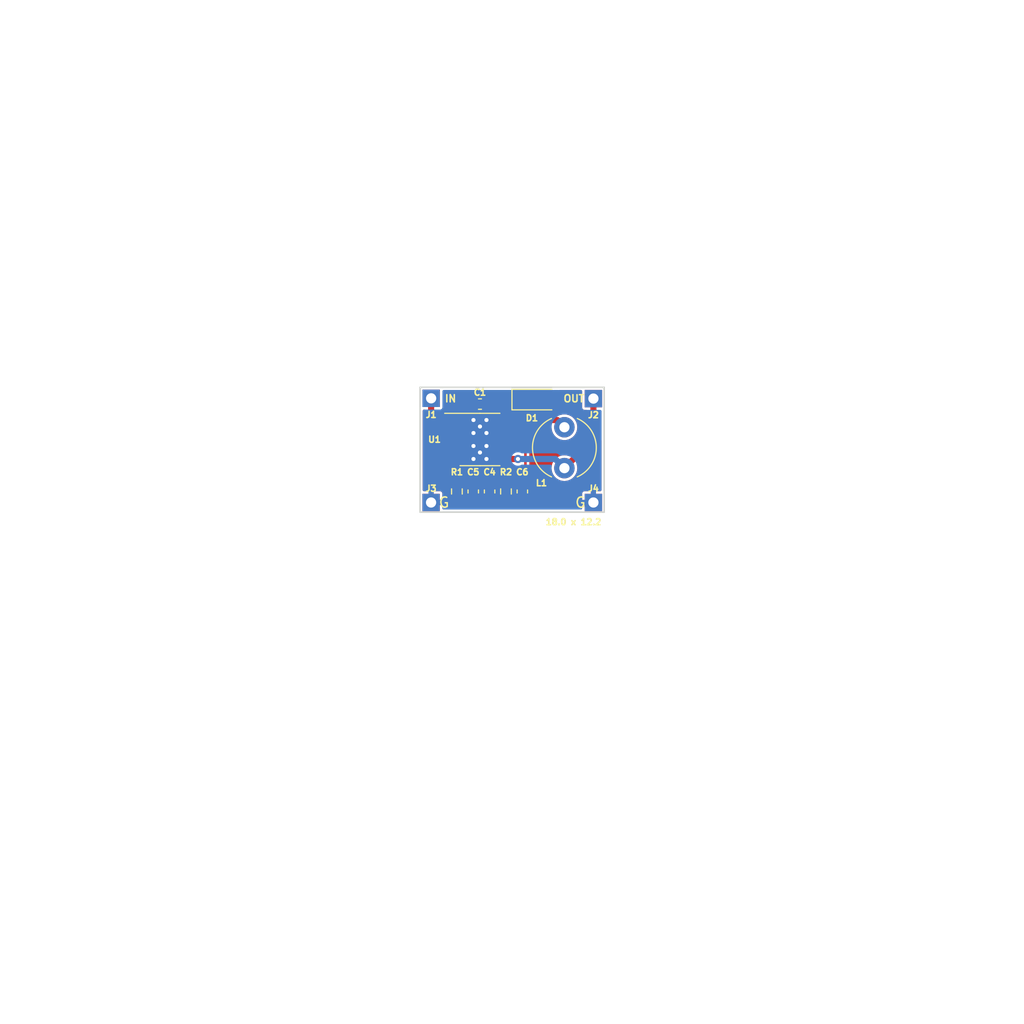
<source format=kicad_pcb>
(kicad_pcb (version 20211014) (generator pcbnew)
  (layers (0 "F.Cu" signal) (31 "B.Cu" signal) (34 "B.Paste" user) (35 "F.Paste" user) (36 "B.SilkS" user "B.Silkscreen") (37 "F.SilkS" user "F.Silkscreen") (38 "B.Mask" user) (39 "F.Mask" user) (44 "Edge.Cuts" user))
  (net 0 "")
  (net 1 "Net-(C1-Pad1)")
  (net 2 "Net-(C1-Pad2)")
  (net 3 "Vin")
  (net 4 "GND")
  (net 5 "Vout")
  (net 6 "Net-(C4-Pad1)")
  (net 7 "Net-(C5-Pad1)")
  (net 8 "Net-(C6-Pad1)")
  (net 9 "Net-(R1-Pad1)")
  (footprint "Diode_SMD:D_SOD-123" (layer "F.Cu") (at 102.235 89)
    (fp_text reference "D1" (at -0.3 1.805 180) (layer "F.SilkS") (effects (font (size 0.6 0.6))))
    (fp_text value "DSK24")
    (fp_line (start -2.25 -1) (end -2.25 1) (layer "F.SilkS") (width 0.12))
    (fp_line (start -2.25 1) (end 1.65 1) (layer "F.SilkS") (width 0.12))
    (fp_line (start -2.25 -1) (end 1.65 -1) (layer "F.SilkS") (width 0.12))
    (pad "1" smd rect (at -1.65 0) (size 0.9 1.2) (layers "F.Cu" "F.Paste" "F.Mask") (net 2 "Net-(C1-Pad2)"))
    (pad "2" smd rect (at 1.65 0) (size 0.9 1.2) (layers "F.Cu" "F.Paste" "F.Mask") (net 4 "GND"))
  )
  (footprint "Capacitor_SMD:C_0603_1608Metric_Pad1.08x0.95mm_HandSolder" (layer "F.Cu") (at 96.8567 89.435)
    (fp_text reference "C1" (at 0 -1.135) (layer "F.SilkS") (effects (font (size 0.6 0.6))))
    (fp_text value "0.1uF")
    (fp_line (start -0.146267 0.51) (end 0.146267 0.51) (layer "F.SilkS") (width 0.12))
    (fp_line (start -0.146267 -0.51) (end 0.146267 -0.51) (layer "F.SilkS") (width 0.12))
    (pad "1" smd roundrect (at -0.8625 0) (size 1.075 0.95) (layers "F.Cu" "F.Paste" "F.Mask") (net 1 "Net-(C1-Pad1)"))
    (pad "2" smd roundrect (at 0.8625 0) (size 1.075 0.95) (layers "F.Cu" "F.Paste" "F.Mask") (net 2 "Net-(C1-Pad2)"))
  )
  (footprint "Package_SO:SOIC-8_3.9x4.9mm_P1.27mm" (layer "F.Cu") (at 96.8567 92.9)
    (fp_text reference "U1" (at -4.445 0) (layer "F.SilkS") (effects (font (size 0.6 0.6))))
    (fp_text value "TPS5403")
    (fp_line (start 0 -2.56) (end -3.45 -2.56) (layer "F.SilkS") (width 0.12))
    (fp_line (start 0 2.56) (end 1.95 2.56) (layer "F.SilkS") (width 0.12))
    (fp_line (start 0 2.56) (end -1.95 2.56) (layer "F.SilkS") (width 0.12))
    (fp_line (start 0 -2.56) (end 1.95 -2.56) (layer "F.SilkS") (width 0.12))
    (pad "1" smd roundrect (at -2.475 -1.905) (size 1.95 0.6) (layers "F.Cu" "F.Paste" "F.Mask") (net 1 "Net-(C1-Pad1)"))
    (pad "2" smd roundrect (at -2.475 -0.635) (size 1.95 0.6) (layers "F.Cu" "F.Paste" "F.Mask") (net 3 "Vin"))
    (pad "3" smd roundrect (at -2.475 0.635) (size 1.95 0.6) (layers "F.Cu" "F.Paste" "F.Mask") (net 9 "Net-(R1-Pad1)"))
    (pad "4" smd roundrect (at -2.475 1.905) (size 1.95 0.6) (layers "F.Cu" "F.Paste" "F.Mask") (net 7 "Net-(C5-Pad1)"))
    (pad "5" smd roundrect (at 2.475 1.905) (size 1.95 0.6) (layers "F.Cu" "F.Paste" "F.Mask") (net 5 "Vout"))
    (pad "6" smd roundrect (at 2.475 0.635) (size 1.95 0.6) (layers "F.Cu" "F.Paste" "F.Mask") (net 6 "Net-(C4-Pad1)"))
    (pad "7" smd roundrect (at 2.475 -0.635) (size 1.95 0.6) (layers "F.Cu" "F.Paste" "F.Mask") (net 4 "GND"))
    (pad "8" smd roundrect (at 2.475 -1.905) (size 1.95 0.6) (layers "F.Cu" "F.Paste" "F.Mask") (net 2 "Net-(C1-Pad2)"))
  )
  (footprint "Inductor_THT:L_Radial_D6.0mm_P4.00mm" (layer "F.Cu") (at 105.1117 91.7 -90)
    (fp_text reference "L1" (at 5.455 2.2417) (layer "F.SilkS") (effects (font (size 0.6 0.6))))
    (fp_text value "L_Ferrite")
    (fp_arc (start 4.85426 1.26) (mid 2 3.12) (end -0.85426 1.26) (layer "F.SilkS") (width 0.12))
    (fp_arc (start -0.85426 -1.26) (mid 2 -3.12) (end 4.85426 -1.26) (layer "F.SilkS") (width 0.12))
    (pad "1" thru_hole circle (at 0 0 270) (size 2 2) (drill 1) (layers *.Cu *.Mask) (net 2 "Net-(C1-Pad2)"))
    (pad "2" thru_hole circle (at 4 0 270) (size 2 2) (drill 1) (layers *.Cu *.Mask) (net 5 "Vout"))
  )
  (footprint "Capacitor_SMD:C_0603_1608Metric_Pad1.08x0.95mm_HandSolder" (layer "F.Cu") (at 101 97.98 90)
    (fp_text reference "C6" (at 1.895 0 180) (layer "F.SilkS") (effects (font (size 0.6 0.6))))
    (fp_text value "2.2nF")
    (fp_line (start -0.146267 0.51) (end 0.146267 0.51) (layer "F.SilkS") (width 0.12))
    (fp_line (start -0.146267 -0.51) (end 0.146267 -0.51) (layer "F.SilkS") (width 0.12))
    (pad "1" smd roundrect (at -0.8625 0 90) (size 1.075 0.95) (layers "F.Cu" "F.Paste" "F.Mask") (net 8 "Net-(C6-Pad1)"))
    (pad "2" smd roundrect (at 0.8625 0 90) (size 1.075 0.95) (layers "F.Cu" "F.Paste" "F.Mask") (net 4 "GND"))
  )
  (footprint "Resistor_SMD:R_0603_1608Metric_Pad0.98x0.95mm_HandSolder" (layer "F.Cu") (at 99.4 97.98 -90)
    (fp_text reference "R2" (at -1.895 0 180) (layer "F.SilkS") (effects (font (size 0.6 0.6))))
    (fp_text value "47K")
    (fp_line (start -0.254724 -0.5225) (end 0.254724 -0.5225) (layer "F.SilkS") (width 0.12))
    (fp_line (start -0.254724 0.5225) (end 0.254724 0.5225) (layer "F.SilkS") (width 0.12))
    (pad "1" smd roundrect (at -0.9125 0 270) (size 0.975 0.95) (layers "F.Cu" "F.Paste" "F.Mask") (net 6 "Net-(C4-Pad1)"))
    (pad "2" smd roundrect (at 0.9125 0 270) (size 0.975 0.95) (layers "F.Cu" "F.Paste" "F.Mask") (net 8 "Net-(C6-Pad1)"))
  )
  (footprint "Capacitor_SMD:C_0603_1608Metric_Pad1.08x0.95mm_HandSolder" (layer "F.Cu") (at 97.8 97.98 -90)
    (fp_text reference "C4" (at -1.895 0 180) (layer "F.SilkS") (effects (font (size 0.6 0.6))))
    (fp_text value "100pF")
    (fp_line (start -0.146267 0.51) (end 0.146267 0.51) (layer "F.SilkS") (width 0.12))
    (fp_line (start -0.146267 -0.51) (end 0.146267 -0.51) (layer "F.SilkS") (width 0.12))
    (pad "1" smd roundrect (at -0.8625 0 270) (size 1.075 0.95) (layers "F.Cu" "F.Paste" "F.Mask") (net 6 "Net-(C4-Pad1)"))
    (pad "2" smd roundrect (at 0.8625 0 270) (size 1.075 0.95) (layers "F.Cu" "F.Paste" "F.Mask") (net 4 "GND"))
  )
  (footprint "Tinker:ConnPoint" (layer "F.Cu") (at 92.075 99.06)
    (fp_text reference "J3" (at 0 -1.37) (layer "F.SilkS") (effects (font (size 0.6 0.6))))
    (fp_text value "Conn_01x01_Male" hide)
    (pad "1" thru_hole rect (at 0 0) (size 1.7 1.7) (drill 1) (layers *.Cu *.Mask) (net 4 "GND"))
  )
  (footprint "Resistor_SMD:R_0603_1608Metric_Pad0.98x0.95mm_HandSolder" (layer "F.Cu") (at 94.6 97.98 -90)
    (fp_text reference "R1" (at -1.895 0 180) (layer "F.SilkS") (effects (font (size 0.6 0.6))))
    (fp_text value "100K")
    (fp_line (start -0.254724 -0.5225) (end 0.254724 -0.5225) (layer "F.SilkS") (width 0.12))
    (fp_line (start -0.254724 0.5225) (end 0.254724 0.5225) (layer "F.SilkS") (width 0.12))
    (pad "1" smd roundrect (at -0.9125 0 270) (size 0.975 0.95) (layers "F.Cu" "F.Paste" "F.Mask") (net 9 "Net-(R1-Pad1)"))
    (pad "2" smd roundrect (at 0.9125 0 270) (size 0.975 0.95) (layers "F.Cu" "F.Paste" "F.Mask") (net 4 "GND"))
  )
  (footprint "Capacitor_SMD:C_0603_1608Metric_Pad1.08x0.95mm_HandSolder" (layer "F.Cu") (at 96.2 97.98 -90)
    (fp_text reference "C5" (at -1.895 0 180) (layer "F.SilkS") (effects (font (size 0.6 0.6))))
    (fp_text value "10nF")
    (fp_line (start -0.146267 0.51) (end 0.146267 0.51) (layer "F.SilkS") (width 0.12))
    (fp_line (start -0.146267 -0.51) (end 0.146267 -0.51) (layer "F.SilkS") (width 0.12))
    (pad "1" smd roundrect (at -0.8625 0 270) (size 1.075 0.95) (layers "F.Cu" "F.Paste" "F.Mask") (net 7 "Net-(C5-Pad1)"))
    (pad "2" smd roundrect (at 0.8625 0 270) (size 1.075 0.95) (layers "F.Cu" "F.Paste" "F.Mask") (net 4 "GND"))
  )
  (footprint "Tinker:ConnPoint" (layer "F.Cu") (at 107.95 99.06)
    (fp_text reference "J4" (at 0 -1.37) (layer "F.SilkS") (effects (font (size 0.6 0.6))))
    (fp_text value "Conn_01x01_Male" hide)
    (pad "1" thru_hole rect (at 0 0) (size 1.7 1.7) (drill 1) (layers *.Cu *.Mask) (net 4 "GND"))
  )
  (footprint "Tinker:ConnPoint" (layer "F.Cu") (at 92.082012 88.872723)
    (fp_text reference "J1" (at 0 1.605) (layer "F.SilkS") (effects (font (size 0.6 0.6))))
    (fp_text value "Conn_01x01_Male" hide)
    (pad "1" thru_hole rect (at 0 0) (size 1.7 1.7) (drill 1) (layers *.Cu *.Mask) (net 3 "Vin"))
  )
  (footprint "Tinker:ConnPoint" (layer "F.Cu") (at 107.95 88.9)
    (fp_text reference "J2" (at 0 1.605) (layer "F.SilkS") (effects (font (size 0.6 0.6))))
    (fp_text value "Conn_01x01_Male" hide)
    (pad "1" thru_hole rect (at 0 0) (size 1.7 1.7) (drill 1) (layers *.Cu *.Mask) (net 5 "Vout"))
  )
  (gr_line (start 109 100) (end 109 87.8) (layer "Edge.Cuts") (width 0.15))
  (gr_line (start 109 87.8) (end 91 87.8) (layer "Edge.Cuts") (width 0.15))
  (gr_line (start 91 87.8) (end 91 100) (layer "Edge.Cuts") (width 0.15))
  (gr_line (start 91 100) (end 109 100) (layer "Edge.Cuts") (width 0.15))
  (gr_text "G" (at 93.345 99.06) (layer "F.SilkS") (effects (font (size 1 1))))
  (gr_text "G" (at 106.68 99.06) (layer "F.SilkS") (effects (font (size 1 1))))
  (gr_text "OUT" (at 106.045 88.9) (layer "F.SilkS") (effects (font (size 0.7 0.7))))
  (gr_text "18.0 x 12.2" (at 106 100.965) (layer "F.SilkS") (effects (font (size 0.6 0.6))))
  (gr_text "IN" (at 93.98 88.9) (layer "F.SilkS") (effects (font (size 0.7 0.7))))
  (segment (start 95.9942 89.535) (end 95.8417 89.535) (width 0.25) (layer "F.Cu") (net 1))
  (segment (start 95.8417 89.535) (end 94.3817 90.995) (width 0.25) (layer "F.Cu") (net 1))
  (segment (start 99.3317 90.995) (end 104.4067 90.995) (width 0.6) (layer "F.Cu") (net 2))
  (segment (start 104.4067 90.995) (end 105.1117 91.7) (width 0.6) (layer "F.Cu") (net 2))
  (segment (start 100.585 89.7417) (end 100.585 89) (width 0.6) (layer "F.Cu") (net 2))
  (segment (start 97.8717 89.535) (end 99.3317 90.995) (width 0.25) (layer "F.Cu") (net 2))
  (segment (start 99.3317 90.995) (end 100.585 89.7417) (width 0.6) (layer "F.Cu") (net 2))
  (segment (start 97.7192 89.535) (end 97.8717 89.535) (width 0.25) (layer "F.Cu") (net 2))
  (segment (start 92.082012 91.447012) (end 92.9 92.265) (width 0.6) (layer "F.Cu") (net 3))
  (segment (start 92.082012 88.872723) (end 92.082012 91.447012) (width 0.6) (layer "F.Cu") (net 3))
  (segment (start 92.9 92.265) (end 94.3817 92.265) (width 0.6) (layer "F.Cu") (net 3))
  (segment (start 94.65 98.8425) (end 94.6 98.8925) (width 0.25) (layer "F.Cu") (net 4))
  (segment (start 97.8 98.8425) (end 94.65 98.8425) (width 0.25) (layer "F.Cu") (net 4))
  (via (at 96.2217 93.535) (size 0.8) (drill 0.4) (layers "F.Cu" "B.Cu") (net 4))
  (via (at 97.4917 92.265) (size 0.8) (drill 0.4) (layers "F.Cu" "B.Cu") (net 4))
  (via (at 96.2217 92.265) (size 0.8) (drill 0.4) (layers "F.Cu" "B.Cu") (net 4))
  (via (at 96.8567 91.63) (size 0.8) (drill 0.4) (layers "F.Cu" "B.Cu") (net 4))
  (via (at 96.2217 94.805) (size 0.8) (drill 0.4) (layers "F.Cu" "B.Cu") (net 4))
  (via (at 97.4917 94.805) (size 0.8) (drill 0.4) (layers "F.Cu" "B.Cu") (net 4))
  (via (at 96.8567 94.17) (size 0.8) (drill 0.4) (layers "F.Cu" "B.Cu") (net 4))
  (via (at 96.2217 90.995) (size 0.8) (drill 0.4) (layers "F.Cu" "B.Cu") (net 4))
  (via (at 97.4917 93.535) (size 0.8) (drill 0.4) (layers "F.Cu" "B.Cu") (net 4))
  (via (at 97.4917 90.995) (size 0.8) (drill 0.4) (layers "F.Cu" "B.Cu") (net 4))
  (segment (start 107.95 92.8617) (end 105.1117 95.7) (width 0.6) (layer "F.Cu") (net 5))
  (segment (start 100.5717 94.805) (end 99.3317 94.805) (width 0.6) (layer "F.Cu") (net 5))
  (segment (start 107.95 88.9) (end 107.95 92.8617) (width 0.6) (layer "F.Cu") (net 5))
  (via (at 100.5717 94.805) (size 0.8) (drill 0.4) (layers "F.Cu" "B.Cu") (net 5))
  (segment (start 100.5717 94.805) (end 104.2167 94.805) (width 0.6) (layer "B.Cu") (net 5))
  (segment (start 104.2167 94.805) (end 105.1117 95.7) (width 0.6) (layer "B.Cu") (net 5))
  (segment (start 100.33 95.885) (end 99.4 96.815) (width 0.25) (layer "F.Cu") (net 6))
  (segment (start 101.3017 94.17) (end 101.3017 95.5483) (width 0.25) (layer "F.Cu") (net 6))
  (segment (start 101.3017 95.5483) (end 100.965 95.885) (width 0.25) (layer "F.Cu") (net 6))
  (segment (start 99.3317 93.535) (end 100.6667 93.535) (width 0.25) (layer "F.Cu") (net 6))
  (segment (start 100.965 95.885) (end 100.33 95.885) (width 0.25) (layer "F.Cu") (net 6))
  (segment (start 99.35 97.1175) (end 99.4 97.0675) (width 0.25) (layer "F.Cu") (net 6))
  (segment (start 99.4 96.815) (end 99.4 97.0675) (width 0.25) (layer "F.Cu") (net 6))
  (segment (start 97.8 97.1175) (end 99.35 97.1175) (width 0.25) (layer "F.Cu") (net 6))
  (segment (start 100.6667 93.535) (end 101.3017 94.17) (width 0.25) (layer "F.Cu") (net 6))
  (segment (start 94.805 94.805) (end 94.3817 94.805) (width 0.25) (layer "F.Cu") (net 7))
  (segment (start 96.2 97.1175) (end 96.2 96.2) (width 0.25) (layer "F.Cu") (net 7))
  (segment (start 96.2 96.2) (end 94.805 94.805) (width 0.25) (layer "F.Cu") (net 7))
  (segment (start 99.45 98.8425) (end 99.4 98.8925) (width 0.25) (layer "F.Cu") (net 8))
  (segment (start 101 98.8425) (end 99.45 98.8425) (width 0.25) (layer "F.Cu") (net 8))
  (segment (start 92.71 96.52) (end 92.71 93.98) (width 0.25) (layer "F.Cu") (net 9))
  (segment (start 93.2575 97.0675) (end 92.71 96.52) (width 0.25) (layer "F.Cu") (net 9))
  (segment (start 93.155 93.535) (end 94.3817 93.535) (width 0.25) (layer "F.Cu") (net 9))
  (segment (start 94.615 97.0675) (end 93.2575 97.0675) (width 0.25) (layer "F.Cu") (net 9))
  (segment (start 92.71 93.98) (end 93.155 93.535) (width 0.25) (layer "F.Cu") (net 9))
  (zone (net 4) (net_name "GND") (layer "F.Cu") (connect_pads (clearance 0.254)) (min_thickness 0.254) (fill yes (thermal_gap 0.254) (thermal_bridge_width 0.508))
    (polygon (pts (xy 110.1917 101.155) (xy 89.8717 101.155) (xy 89.8717 86.55) (xy 110.1917 86.55)))
  )
  (zone (net 4) (net_name "GND") (layer "B.Cu") (connect_pads (clearance 0.254)) (min_thickness 0.254) (fill yes (thermal_gap 0.254) (thermal_bridge_width 0.508))
    (polygon (pts (xy 110.1917 101.155) (xy 89.8717 101.155) (xy 89.8717 86.55) (xy 110.1917 86.55)))
  )
)
</source>
